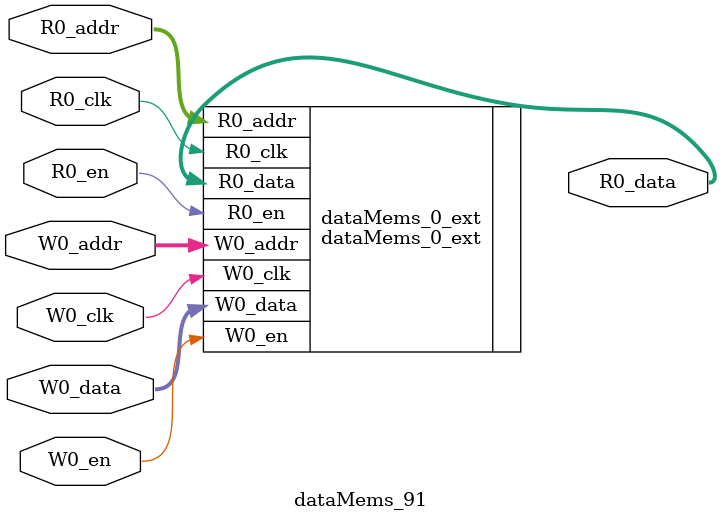
<source format=sv>
`ifndef RANDOMIZE
  `ifdef RANDOMIZE_REG_INIT
    `define RANDOMIZE
  `endif // RANDOMIZE_REG_INIT
`endif // not def RANDOMIZE
`ifndef RANDOMIZE
  `ifdef RANDOMIZE_MEM_INIT
    `define RANDOMIZE
  `endif // RANDOMIZE_MEM_INIT
`endif // not def RANDOMIZE

`ifndef RANDOM
  `define RANDOM $random
`endif // not def RANDOM

// Users can define 'PRINTF_COND' to add an extra gate to prints.
`ifndef PRINTF_COND_
  `ifdef PRINTF_COND
    `define PRINTF_COND_ (`PRINTF_COND)
  `else  // PRINTF_COND
    `define PRINTF_COND_ 1
  `endif // PRINTF_COND
`endif // not def PRINTF_COND_

// Users can define 'ASSERT_VERBOSE_COND' to add an extra gate to assert error printing.
`ifndef ASSERT_VERBOSE_COND_
  `ifdef ASSERT_VERBOSE_COND
    `define ASSERT_VERBOSE_COND_ (`ASSERT_VERBOSE_COND)
  `else  // ASSERT_VERBOSE_COND
    `define ASSERT_VERBOSE_COND_ 1
  `endif // ASSERT_VERBOSE_COND
`endif // not def ASSERT_VERBOSE_COND_

// Users can define 'STOP_COND' to add an extra gate to stop conditions.
`ifndef STOP_COND_
  `ifdef STOP_COND
    `define STOP_COND_ (`STOP_COND)
  `else  // STOP_COND
    `define STOP_COND_ 1
  `endif // STOP_COND
`endif // not def STOP_COND_

// Users can define INIT_RANDOM as general code that gets injected into the
// initializer block for modules with registers.
`ifndef INIT_RANDOM
  `define INIT_RANDOM
`endif // not def INIT_RANDOM

// If using random initialization, you can also define RANDOMIZE_DELAY to
// customize the delay used, otherwise 0.002 is used.
`ifndef RANDOMIZE_DELAY
  `define RANDOMIZE_DELAY 0.002
`endif // not def RANDOMIZE_DELAY

// Define INIT_RANDOM_PROLOG_ for use in our modules below.
`ifndef INIT_RANDOM_PROLOG_
  `ifdef RANDOMIZE
    `ifdef VERILATOR
      `define INIT_RANDOM_PROLOG_ `INIT_RANDOM
    `else  // VERILATOR
      `define INIT_RANDOM_PROLOG_ `INIT_RANDOM #`RANDOMIZE_DELAY begin end
    `endif // VERILATOR
  `else  // RANDOMIZE
    `define INIT_RANDOM_PROLOG_
  `endif // RANDOMIZE
`endif // not def INIT_RANDOM_PROLOG_

// Include register initializers in init blocks unless synthesis is set
`ifndef SYNTHESIS
  `ifndef ENABLE_INITIAL_REG_
    `define ENABLE_INITIAL_REG_
  `endif // not def ENABLE_INITIAL_REG_
`endif // not def SYNTHESIS

// Include rmemory initializers in init blocks unless synthesis is set
`ifndef SYNTHESIS
  `ifndef ENABLE_INITIAL_MEM_
    `define ENABLE_INITIAL_MEM_
  `endif // not def ENABLE_INITIAL_MEM_
`endif // not def SYNTHESIS

module dataMems_91(	// @[generators/ara/src/main/scala/UnsafeAXI4ToTL.scala:365:62]
  input  [4:0]  R0_addr,
  input         R0_en,
  input         R0_clk,
  output [66:0] R0_data,
  input  [4:0]  W0_addr,
  input         W0_en,
  input         W0_clk,
  input  [66:0] W0_data
);

  dataMems_0_ext dataMems_0_ext (	// @[generators/ara/src/main/scala/UnsafeAXI4ToTL.scala:365:62]
    .R0_addr (R0_addr),
    .R0_en   (R0_en),
    .R0_clk  (R0_clk),
    .R0_data (R0_data),
    .W0_addr (W0_addr),
    .W0_en   (W0_en),
    .W0_clk  (W0_clk),
    .W0_data (W0_data)
  );
endmodule


</source>
